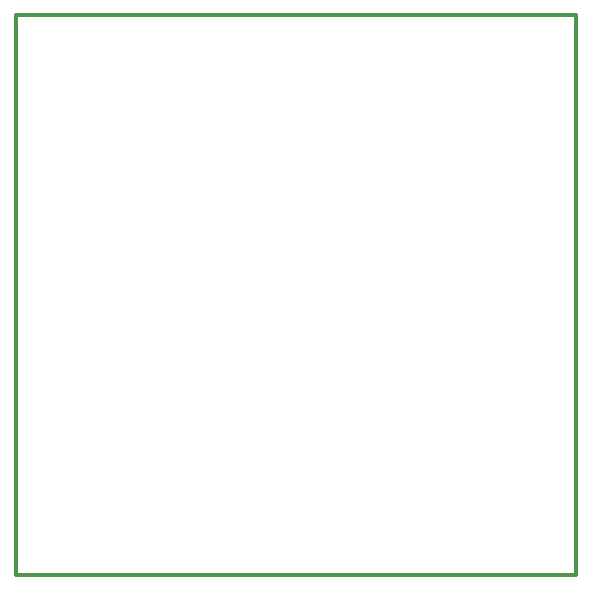
<source format=gko>
%FSTAX23Y23*%
%MOIN*%
%SFA1B1*%

%IPPOS*%
%ADD27C,0.011810*%
%LNpaw8-1*%
%LPD*%
G54D27*
X02051Y03051D02*
X03917D01*
Y04917*
X02051D02*
X03917D01*
X02051Y03051D02*
Y04917D01*
M02*
</source>
